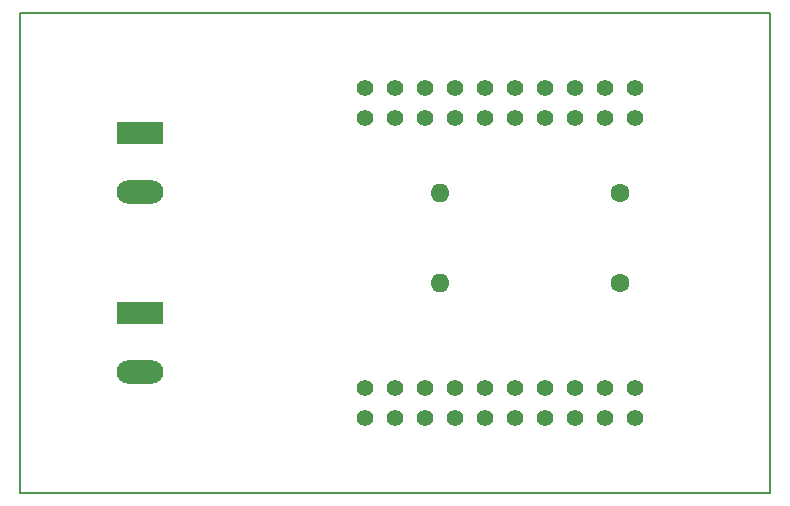
<source format=gbr>
%TF.GenerationSoftware,KiCad,Pcbnew,(6.0.9)*%
%TF.CreationDate,2022-12-01T11:48:01+01:00*%
%TF.ProjectId,bed_occupacy_sensor,6265645f-6f63-4637-9570-6163795f7365,rev?*%
%TF.SameCoordinates,Original*%
%TF.FileFunction,Copper,L2,Bot*%
%TF.FilePolarity,Positive*%
%FSLAX46Y46*%
G04 Gerber Fmt 4.6, Leading zero omitted, Abs format (unit mm)*
G04 Created by KiCad (PCBNEW (6.0.9)) date 2022-12-01 11:48:01*
%MOMM*%
%LPD*%
G01*
G04 APERTURE LIST*
%TA.AperFunction,NonConductor*%
%ADD10C,0.200000*%
%TD*%
%TA.AperFunction,ComponentPad*%
%ADD11O,3.960000X1.980000*%
%TD*%
%TA.AperFunction,ComponentPad*%
%ADD12R,3.960000X1.980000*%
%TD*%
%TA.AperFunction,ComponentPad*%
%ADD13C,1.400000*%
%TD*%
%TA.AperFunction,ComponentPad*%
%ADD14C,1.600000*%
%TD*%
%TA.AperFunction,ComponentPad*%
%ADD15O,1.600000X1.600000*%
%TD*%
G04 APERTURE END LIST*
D10*
X157480000Y-48260000D02*
X93980000Y-48260000D01*
X93980000Y-88900000D02*
X157480000Y-88900000D01*
X157480000Y-88900000D02*
X157480000Y-48260000D01*
X93980000Y-48260000D02*
X93980000Y-88900000D01*
D11*
%TO.P,J1,2,Pin_2*%
%TO.N,Net-(U1-Pad22)*%
X104140000Y-63420000D03*
D12*
%TO.P,J1,1,Pin_1*%
%TO.N,Net-(J1-Pad1)*%
X104140000Y-58420000D03*
%TD*%
D13*
%TO.P,U1,40,CLK*%
%TO.N,unconnected-(U1-Pad40)*%
X146050000Y-54610000D03*
%TO.P,U1,39,SD0*%
%TO.N,unconnected-(U1-Pad39)*%
X146050000Y-57150000D03*
%TO.P,U1,38,SD1*%
%TO.N,unconnected-(U1-Pad38)*%
X143510000Y-54610000D03*
%TO.P,U1,37,TD0*%
%TO.N,unconnected-(U1-Pad37)*%
X143510000Y-57150000D03*
%TO.P,U1,36,IO_02*%
%TO.N,unconnected-(U1-Pad36)*%
X140970000Y-54610000D03*
%TO.P,U1,35,VCC_(USB)*%
%TO.N,unconnected-(U1-Pad35)*%
X140970000Y-57150000D03*
%TO.P,U1,34,IO_00*%
%TO.N,unconnected-(U1-Pad34)*%
X138430000Y-54610000D03*
%TO.P,U1,33,GND*%
%TO.N,unconnected-(U1-Pad33)*%
X138430000Y-57150000D03*
%TO.P,U1,32,IO_04*%
%TO.N,unconnected-(U1-Pad32)*%
X135890000Y-54610000D03*
%TO.P,U1,31,IO_16/D4*%
%TO.N,unconnected-(U1-Pad31)*%
X135890000Y-57150000D03*
%TO.P,U1,30,IO_12/TDI*%
%TO.N,unconnected-(U1-Pad30)*%
X133350000Y-54610000D03*
%TO.P,U1,29,IO_17/D3*%
%TO.N,unconnected-(U1-Pad29)*%
X133350000Y-57150000D03*
%TO.P,U1,28,IO_32*%
%TO.N,unconnected-(U1-Pad28)*%
X130810000Y-54610000D03*
%TO.P,U1,27,IO_21/D2/SDA*%
%TO.N,unconnected-(U1-Pad27)*%
X130810000Y-57150000D03*
%TO.P,U1,26,IO_25*%
%TO.N,unconnected-(U1-Pad26)*%
X128270000Y-54610000D03*
%TO.P,U1,25,IO_22/D1/SCL*%
%TO.N,unconnected-(U1-Pad25)*%
X128270000Y-57150000D03*
%TO.P,U1,24,IO_27*%
%TO.N,unconnected-(U1-Pad24)*%
X125730000Y-54610000D03*
%TO.P,U1,23,RXD*%
%TO.N,unconnected-(U1-Pad23)*%
X125730000Y-57150000D03*
%TO.P,U1,22,GND*%
%TO.N,Net-(U1-Pad22)*%
X123190000Y-54610000D03*
%TO.P,U1,21,TXD*%
%TO.N,unconnected-(U1-Pad21)*%
X123190000Y-57150000D03*
%TO.P,U1,20,IO_10/SD3*%
%TO.N,unconnected-(U1-Pad20)*%
X146050000Y-80010000D03*
%TO.P,U1,19,CMD*%
%TO.N,unconnected-(U1-Pad19)*%
X146050000Y-82550000D03*
%TO.P,U1,18,IO_13/TCK*%
%TO.N,unconnected-(U1-Pad18)*%
X143510000Y-80010000D03*
%TO.P,U1,17,IO_09/SD2*%
%TO.N,unconnected-(U1-Pad17)*%
X143510000Y-82550000D03*
%TO.P,U1,16,3V3*%
%TO.N,Net-(R1-Pad1)*%
X140970000Y-80010000D03*
%TO.P,U1,15,NC*%
%TO.N,unconnected-(U1-Pad15)*%
X140970000Y-82550000D03*
%TO.P,U1,14,IO_05/D8*%
%TO.N,unconnected-(U1-Pad14)*%
X138430000Y-80010000D03*
%TO.P,U1,13,IO_14/TMS*%
%TO.N,unconnected-(U1-Pad13)*%
X138430000Y-82550000D03*
%TO.P,U1,12,IO_23/D7*%
%TO.N,unconnected-(U1-Pad12)*%
X135890000Y-80010000D03*
%TO.P,U1,11,IO_34*%
%TO.N,Net-(J1-Pad1)*%
X135890000Y-82550000D03*
%TO.P,U1,10,IO_19/D6*%
%TO.N,unconnected-(U1-Pad10)*%
X133350000Y-80010000D03*
%TO.P,U1,9,IO_33*%
%TO.N,unconnected-(U1-Pad9)*%
X133350000Y-82550000D03*
%TO.P,U1,8,IO_18/D5*%
%TO.N,unconnected-(U1-Pad8)*%
X130810000Y-80010000D03*
%TO.P,U1,7,IO_35*%
%TO.N,Net-(J2-Pad1)*%
X130810000Y-82550000D03*
%TO.P,U1,6,IO_26/D0*%
%TO.N,unconnected-(U1-Pad6)*%
X128270000Y-80010000D03*
%TO.P,U1,5,IO_39/SVN*%
%TO.N,unconnected-(U1-Pad5)*%
X128270000Y-82550000D03*
%TO.P,U1,4,IO_36/SVP/A0*%
%TO.N,unconnected-(U1-Pad4)*%
X125730000Y-80010000D03*
%TO.P,U1,3,NC*%
%TO.N,unconnected-(U1-Pad3)*%
X125730000Y-82550000D03*
%TO.P,U1,1,GND*%
%TO.N,unconnected-(U1-Pad1)*%
X123190000Y-82550000D03*
%TO.P,U1,2,RST*%
%TO.N,unconnected-(U1-Pad2)*%
X123190000Y-80010000D03*
%TD*%
D14*
%TO.P,R2,1*%
%TO.N,Net-(R1-Pad1)*%
X144780000Y-63500000D03*
D15*
%TO.P,R2,2*%
%TO.N,Net-(J1-Pad1)*%
X129540000Y-63500000D03*
%TD*%
D14*
%TO.P,R1,1*%
%TO.N,Net-(R1-Pad1)*%
X144780000Y-71120000D03*
D15*
%TO.P,R1,2*%
%TO.N,Net-(J2-Pad1)*%
X129540000Y-71120000D03*
%TD*%
D11*
%TO.P,J2,2,Pin_2*%
%TO.N,Net-(U1-Pad22)*%
X104140000Y-78660000D03*
D12*
%TO.P,J2,1,Pin_1*%
%TO.N,Net-(J2-Pad1)*%
X104140000Y-73660000D03*
%TD*%
M02*

</source>
